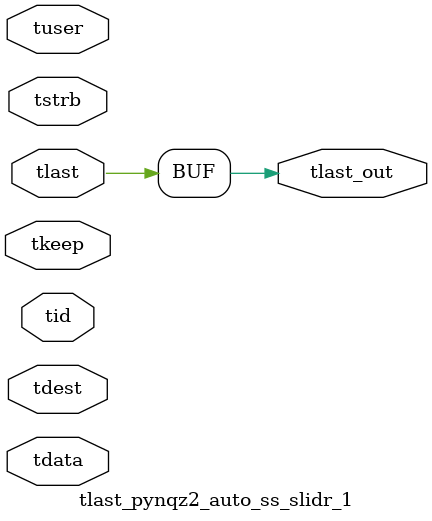
<source format=v>


`timescale 1ps/1ps

module tlast_pynqz2_auto_ss_slidr_1 #
(
parameter C_S_AXIS_TID_WIDTH   = 1,
parameter C_S_AXIS_TUSER_WIDTH = 0,
parameter C_S_AXIS_TDATA_WIDTH = 0,
parameter C_S_AXIS_TDEST_WIDTH = 0
)
(
input  [(C_S_AXIS_TID_WIDTH   == 0 ? 1 : C_S_AXIS_TID_WIDTH)-1:0       ] tid,
input  [(C_S_AXIS_TDATA_WIDTH == 0 ? 1 : C_S_AXIS_TDATA_WIDTH)-1:0     ] tdata,
input  [(C_S_AXIS_TUSER_WIDTH == 0 ? 1 : C_S_AXIS_TUSER_WIDTH)-1:0     ] tuser,
input  [(C_S_AXIS_TDEST_WIDTH == 0 ? 1 : C_S_AXIS_TDEST_WIDTH)-1:0     ] tdest,
input  [(C_S_AXIS_TDATA_WIDTH/8)-1:0 ] tkeep,
input  [(C_S_AXIS_TDATA_WIDTH/8)-1:0 ] tstrb,
input  [0:0]                                                             tlast,
output                                                                   tlast_out
);

assign tlast_out = {tlast};

endmodule


</source>
